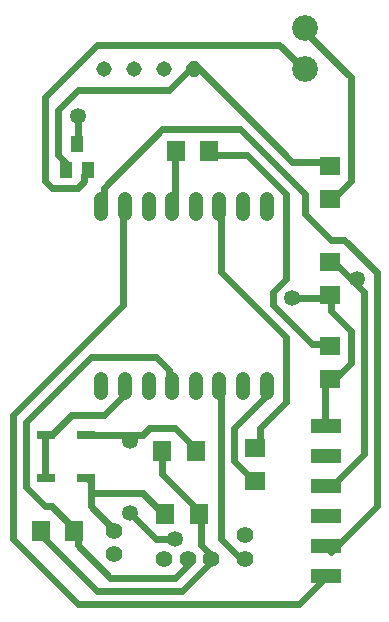
<source format=gbr>
G04 EAGLE Gerber RS-274X export*
G75*
%MOMM*%
%FSLAX34Y34*%
%LPD*%
%AMOC8*
5,1,8,0,0,1.08239X$1,22.5*%
G01*
%ADD10R,1.800000X1.600000*%
%ADD11R,1.600000X0.800000*%
%ADD12R,1.000000X1.400000*%
%ADD13C,1.422400*%
%ADD14R,1.803000X1.600000*%
%ADD15R,1.600000X1.803000*%
%ADD16R,2.540000X1.270000*%
%ADD17C,1.208000*%
%ADD18P,1.415766X8X202.500000*%
%ADD19C,1.308000*%
%ADD20C,2.184400*%
%ADD21C,0.600000*%
%ADD22C,1.350000*%


D10*
X257810Y294670D03*
X257810Y266670D03*
X257810Y375950D03*
X257810Y347950D03*
D11*
X17290Y111760D03*
X51290Y111760D03*
X17290Y148590D03*
X51290Y148590D03*
D12*
X43180Y394540D03*
X52680Y372540D03*
X33680Y372540D03*
D13*
X74930Y47150D03*
X74930Y67150D03*
X185420Y43340D03*
X185420Y63340D03*
D14*
X194310Y137410D03*
X194310Y108970D03*
D15*
X12450Y67310D03*
X40890Y67310D03*
X117860Y81280D03*
X146300Y81280D03*
X143760Y134620D03*
X115320Y134620D03*
D14*
X257810Y195330D03*
X257810Y223770D03*
D13*
X117160Y43180D03*
X137160Y43180D03*
X157160Y43180D03*
D16*
X254000Y156210D03*
X254000Y130810D03*
X254000Y105410D03*
X254000Y80010D03*
X254000Y54610D03*
X254000Y29210D03*
D15*
X155190Y388620D03*
X126750Y388620D03*
D17*
X203920Y347780D02*
X203920Y335700D01*
X183920Y335700D02*
X183920Y347780D01*
X163920Y347780D02*
X163920Y335700D01*
X143920Y335700D02*
X143920Y347780D01*
X123920Y347780D02*
X123920Y335700D01*
X103920Y335700D02*
X103920Y347780D01*
X83920Y347780D02*
X83920Y335700D01*
X63920Y335700D02*
X63920Y347780D01*
X203920Y195700D02*
X203920Y183620D01*
X183920Y183620D02*
X183920Y195700D01*
X163920Y195700D02*
X163920Y183620D01*
X143920Y183620D02*
X143920Y195700D01*
X123920Y195700D02*
X123920Y183620D01*
X103920Y183620D02*
X103920Y195700D01*
X83920Y195700D02*
X83920Y183620D01*
X63920Y183620D02*
X63920Y195700D01*
D18*
X142240Y458470D03*
D19*
X116840Y458470D03*
X91440Y458470D03*
X66040Y458470D03*
D20*
X236220Y492980D03*
X236220Y457980D03*
D21*
X198000Y154000D02*
X198000Y137500D01*
X198000Y154000D02*
X220000Y176000D01*
X220000Y231000D01*
X165000Y286000D01*
X165000Y335500D01*
X194310Y137410D02*
X198000Y137500D01*
X165000Y335500D02*
X163920Y335700D01*
X66000Y341000D02*
X66000Y357500D01*
X115500Y407000D01*
X181500Y407000D01*
X236500Y352000D01*
X236500Y335500D01*
X258500Y313500D01*
X269500Y313500D01*
X297000Y286000D01*
X297000Y88000D01*
X258500Y49500D01*
X63920Y335700D02*
X66000Y341000D01*
X254000Y54610D02*
X258500Y49500D01*
X82500Y258500D02*
X82500Y335500D01*
X82500Y258500D02*
X-11000Y165000D01*
X-11000Y60500D01*
X44000Y5500D01*
X231000Y5500D01*
X253000Y27500D01*
X83920Y335700D02*
X82500Y335500D01*
X254000Y29210D02*
X253000Y27500D01*
X16500Y115500D02*
X16500Y148500D01*
X16500Y115500D02*
X17290Y111760D01*
X16500Y148500D02*
X17290Y148590D01*
X82500Y181500D02*
X82500Y192500D01*
X82500Y181500D02*
X66000Y165000D01*
X38500Y165000D01*
X22000Y148500D01*
X82500Y192500D02*
X83920Y195700D01*
X22000Y148500D02*
X17290Y148590D01*
X258500Y291500D02*
X264000Y291500D01*
X275000Y280500D02*
X286000Y269500D01*
X275000Y280500D02*
X264000Y291500D01*
X286000Y269500D02*
X286000Y132000D01*
X258500Y104500D01*
X258500Y291500D02*
X257810Y294670D01*
X254000Y105410D02*
X258500Y104500D01*
X49500Y363000D02*
X49500Y368500D01*
X49500Y363000D02*
X44000Y357500D01*
X22000Y357500D01*
X16500Y363000D01*
X16500Y434500D01*
X60500Y478500D01*
X214500Y478500D01*
X231000Y462000D01*
X52680Y372540D02*
X49500Y368500D01*
X231000Y462000D02*
X236220Y457980D01*
X275000Y280500D02*
X280500Y280500D01*
D22*
X280500Y280500D03*
D21*
X16500Y66000D02*
X16500Y60500D01*
X60500Y16500D01*
X132000Y16500D01*
X154000Y38500D01*
X16500Y66000D02*
X12450Y67310D01*
X154000Y38500D02*
X157160Y43180D01*
X148500Y55000D02*
X148500Y77000D01*
X148500Y55000D02*
X159500Y44000D01*
X148500Y77000D02*
X146300Y81280D01*
X159500Y44000D02*
X157160Y43180D01*
X115500Y115500D02*
X115500Y132000D01*
X115500Y115500D02*
X148500Y82500D01*
X115500Y132000D02*
X115320Y134620D01*
X146300Y81280D02*
X148500Y82500D01*
X258500Y352000D02*
X264000Y352000D01*
X275000Y363000D01*
X275000Y451000D01*
X236500Y489500D01*
X258500Y352000D02*
X257810Y347950D01*
X236500Y489500D02*
X236220Y492980D01*
X258500Y264000D02*
X258500Y253000D01*
X275000Y236500D01*
X275000Y209000D01*
X258500Y192500D01*
X258500Y264000D02*
X257810Y266670D01*
X257810Y195330D02*
X258500Y192500D01*
X253000Y192500D02*
X253000Y159500D01*
X254000Y156210D01*
X253000Y192500D02*
X257810Y195330D01*
X44000Y396000D02*
X44000Y418000D01*
X44000Y396000D02*
X43180Y394540D01*
X225500Y264000D02*
X253000Y264000D01*
X257810Y266670D01*
D22*
X44000Y418000D03*
X225500Y264000D03*
D21*
X176000Y126500D02*
X192500Y110000D01*
X176000Y126500D02*
X176000Y154000D01*
X203500Y181500D01*
X203500Y192500D01*
X192500Y110000D02*
X194310Y108970D01*
X203500Y192500D02*
X203920Y195700D01*
X33000Y374000D02*
X33000Y379500D01*
X27500Y385000D01*
X27500Y423500D01*
X44000Y440000D01*
X121000Y440000D01*
X137500Y456500D01*
X33000Y374000D02*
X33680Y372540D01*
X137500Y456500D02*
X142240Y458470D01*
X225500Y379500D02*
X253000Y379500D01*
X225500Y379500D02*
X143000Y462000D01*
X253000Y379500D02*
X257810Y375950D01*
X142240Y458470D02*
X143000Y462000D01*
X44000Y66000D02*
X44000Y55000D01*
X71500Y27500D01*
X126500Y27500D01*
X137500Y38500D01*
X44000Y66000D02*
X40890Y67310D01*
X137160Y43180D02*
X137500Y38500D01*
X121000Y198000D02*
X121000Y203500D01*
X110000Y214500D01*
X55000Y214500D01*
X0Y159500D01*
X0Y104500D01*
X16500Y88000D01*
X22000Y88000D01*
X38500Y71500D01*
X123920Y195700D02*
X121000Y198000D01*
X38500Y71500D02*
X40890Y67310D01*
X55000Y88000D02*
X55000Y99000D01*
X55000Y110000D01*
X55000Y88000D02*
X71500Y71500D01*
X55000Y110000D02*
X51290Y111760D01*
X71500Y71500D02*
X74930Y67150D01*
X99000Y99000D02*
X115500Y82500D01*
X99000Y99000D02*
X55000Y99000D01*
X115500Y82500D02*
X117860Y81280D01*
X99000Y148500D02*
X88000Y148500D01*
X55000Y148500D01*
X99000Y148500D02*
X104500Y154000D01*
X126500Y154000D01*
X143000Y137500D01*
X55000Y148500D02*
X51290Y148590D01*
X143000Y137500D02*
X143760Y134620D01*
X126500Y60500D02*
X110000Y60500D01*
X88000Y82500D01*
X88000Y143000D02*
X88000Y148500D01*
D22*
X126500Y60500D03*
X88000Y82500D03*
X88000Y143000D03*
D21*
X165000Y192500D02*
X165000Y60500D01*
X181500Y44000D01*
X165000Y192500D02*
X163920Y195700D01*
X181500Y44000D02*
X185420Y43340D01*
X126500Y341000D02*
X126500Y385000D01*
X126750Y388620D01*
X126500Y341000D02*
X123920Y335700D01*
X159500Y385000D02*
X187000Y385000D01*
X220000Y352000D01*
X220000Y280500D01*
X209000Y269500D01*
X209000Y258500D01*
X242000Y225500D01*
X253000Y225500D01*
X159500Y385000D02*
X155190Y388620D01*
X253000Y225500D02*
X257810Y223770D01*
M02*

</source>
